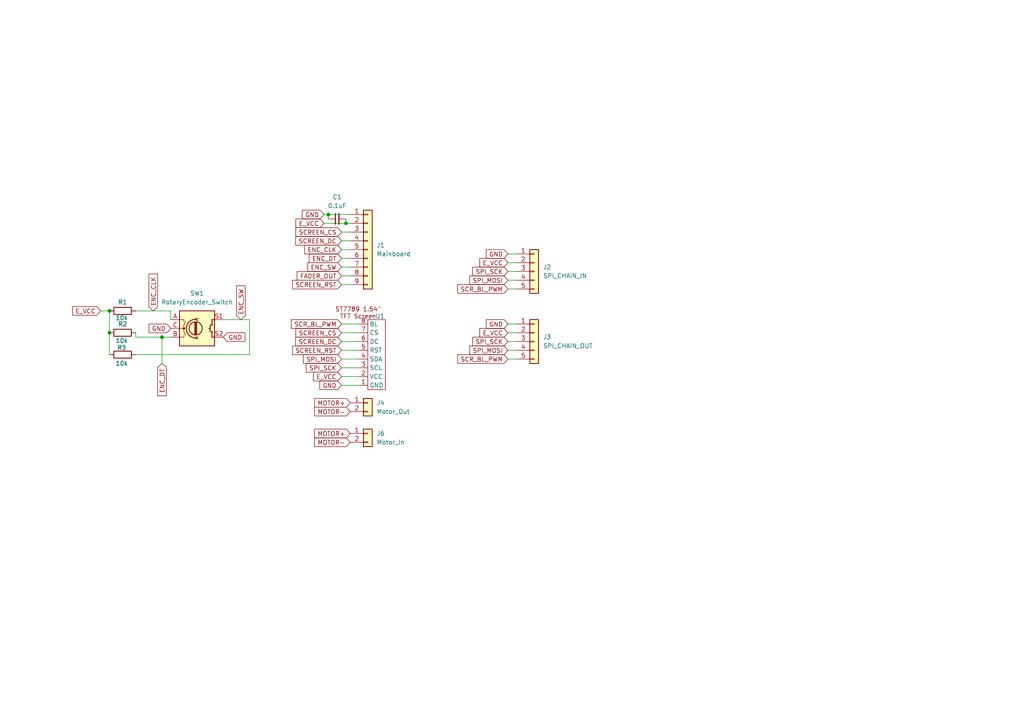
<source format=kicad_sch>
(kicad_sch (version 20250114) (generator "eeschema") (generator_version "9.0")
  (paper "A4")
  (title_block (title "FaderFlow Channel Board"))
  (lib_symbols
    (symbol "Connector_Generic:Conn_01x02" (pin_names (offset 1.016) (hide yes))
      (property "Reference" "J" (at 0 2.54 0))
      (property "Value" "Conn_01x02" (at 0 -5.08 0))
      (symbol "Conn_01x02_1_1"
        (rectangle (start -1.27 1.27) (end 1.27 -3.81) (stroke (width 0.254)) (fill (type background)))
        (rectangle (start -1.27 0.127) (end 0 -0.127) (stroke (width 0.1524)))
        (rectangle (start -1.27 -2.413) (end 0 -2.667) (stroke (width 0.1524)))
        (pin passive line (at -5.08 0 0) (length 3.81) (name "Pin_1") (number "1"))
        (pin passive line (at -5.08 -2.54 0) (length 3.81) (name "Pin_2") (number "2"))
      )
    )
    (symbol "Connector_Generic:Conn_01x05" (pin_names (offset 1.016) (hide yes))
      (property "Reference" "J" (at 0 7.62 0))
      (property "Value" "Conn_01x05" (at 0 -7.62 0))
      (symbol "Conn_01x05_1_1"
        (rectangle (start -1.27 6.35) (end 1.27 -6.35) (stroke (width 0.254)) (fill (type background)))
        (rectangle (start -1.27 5.207) (end 0 4.953) (stroke (width 0.1524)))
        (rectangle (start -1.27 2.667) (end 0 2.413) (stroke (width 0.1524)))
        (rectangle (start -1.27 0.127) (end 0 -0.127) (stroke (width 0.1524)))
        (rectangle (start -1.27 -2.413) (end 0 -2.667) (stroke (width 0.1524)))
        (rectangle (start -1.27 -4.953) (end 0 -5.207) (stroke (width 0.1524)))
        (pin passive line (at -5.08 5.08 0) (length 3.81) (name "Pin_1") (number "1"))
        (pin passive line (at -5.08 2.54 0) (length 3.81) (name "Pin_2") (number "2"))
        (pin passive line (at -5.08 0 0) (length 3.81) (name "Pin_3") (number "3"))
        (pin passive line (at -5.08 -2.54 0) (length 3.81) (name "Pin_4") (number "4"))
        (pin passive line (at -5.08 -5.08 0) (length 3.81) (name "Pin_5") (number "5"))
      )
    )
    (symbol "Connector_Generic:Conn_01x09" (pin_names (offset 1.016) (hide yes))
      (property "Reference" "J" (at 0 12.7 0))
      (property "Value" "Conn_01x09" (at 0 -12.7 0))
      (symbol "Conn_01x09_1_1"
        (rectangle (start -1.27 11.43) (end 1.27 -11.43) (stroke (width 0.254)) (fill (type background)))
        (rectangle (start -1.27 10.287) (end 0 10.033) (stroke (width 0.1524)))
        (rectangle (start -1.27 7.747) (end 0 7.493) (stroke (width 0.1524)))
        (rectangle (start -1.27 5.207) (end 0 4.953) (stroke (width 0.1524)))
        (rectangle (start -1.27 2.667) (end 0 2.413) (stroke (width 0.1524)))
        (rectangle (start -1.27 0.127) (end 0 -0.127) (stroke (width 0.1524)))
        (rectangle (start -1.27 -2.413) (end 0 -2.667) (stroke (width 0.1524)))
        (rectangle (start -1.27 -4.953) (end 0 -5.207) (stroke (width 0.1524)))
        (rectangle (start -1.27 -7.493) (end 0 -7.747) (stroke (width 0.1524)))
        (rectangle (start -1.27 -10.033) (end 0 -10.287) (stroke (width 0.1524)))
        (pin passive line (at -5.08 10.16 0) (length 3.81) (name "Pin_1") (number "1"))
        (pin passive line (at -5.08 7.62 0) (length 3.81) (name "Pin_2") (number "2"))
        (pin passive line (at -5.08 5.08 0) (length 3.81) (name "Pin_3") (number "3"))
        (pin passive line (at -5.08 2.54 0) (length 3.81) (name "Pin_4") (number "4"))
        (pin passive line (at -5.08 0 0) (length 3.81) (name "Pin_5") (number "5"))
        (pin passive line (at -5.08 -2.54 0) (length 3.81) (name "Pin_6") (number "6"))
        (pin passive line (at -5.08 -5.08 0) (length 3.81) (name "Pin_7") (number "7"))
        (pin passive line (at -5.08 -7.62 0) (length 3.81) (name "Pin_8") (number "8"))
        (pin passive line (at -5.08 -10.16 0) (length 3.81) (name "Pin_9") (number "9"))
      )
    )
    (symbol "Device:C_Small" (pin_numbers (hide yes)) (pin_names (offset 0.254) (hide yes))
      (property "Reference" "C" (at 0.254 1.778 0))
      (property "Value" "C_Small" (at 0.254 -2.032 0))
      (symbol "C_Small_0_1"
        (polyline (pts (xy -1.524 0.508) (xy 1.524 0.508)) (stroke (width 0.3048)))
        (polyline (pts (xy -1.524 -0.508) (xy 1.524 -0.508)) (stroke (width 0.3302)))
      )
      (symbol "C_Small_1_1"
        (pin passive line (at 0 2.54 270) (length 2.032) (name "~") (number "1"))
        (pin passive line (at 0 -2.54 90) (length 2.032) (name "~") (number "2"))
      )
    )
    (symbol "Device:R" (pin_numbers (hide yes)) (pin_names (offset 0))
      (property "Reference" "R" (at 2.032 0 90))
      (property "Value" "R" (at 0 0 90))
      (symbol "R_0_1"
        (rectangle (start -1.016 -2.54) (end 1.016 2.54) (stroke (width 0.254)))
      )
      (symbol "R_1_1"
        (pin passive line (at 0 3.81 270) (length 1.27) (name "~") (number "1"))
        (pin passive line (at 0 -3.81 90) (length 1.27) (name "~") (number "2"))
      )
    )
    (symbol "Device:RotaryEncoder_Switch" (pin_names (offset 0.254) (hide yes))
      (property "Reference" "SW" (at 0 6.604 0))
      (property "Value" "RotaryEncoder_Switch" (at 0 -6.604 0))
      (symbol "RotaryEncoder_Switch_0_1"
        (rectangle (start -5.08 5.08) (end 5.08 -5.08) (stroke (width 0.254)) (fill (type background)))
        (polyline (pts (xy -5.08 2.54) (xy -3.81 2.54) (xy -3.81 2.032)))
        (polyline (pts (xy -5.08 0) (xy -3.81 0) (xy -3.81 -1.016) (xy -3.302 -2.032)))
        (polyline (pts (xy -5.08 -2.54) (xy -3.81 -2.54) (xy -3.81 -2.032)))
        (polyline (pts (xy -4.318 0) (xy -3.81 0) (xy -3.81 1.016) (xy -3.302 2.032)))
        (circle (center -3.81 0) (radius 0.254) (fill (type outline)))
        (polyline (pts (xy -0.635 -1.778) (xy -0.635 1.778)) (stroke (width 0.254)))
        (circle (center -0.381 0) (radius 1.905) (stroke (width 0.254)))
        (polyline (pts (xy -0.381 -1.778) (xy -0.381 1.778)) (stroke (width 0.254)))
        (arc (start -0.381 -2.794) (mid -3.0988 -0.0635) (end -0.381 2.667) (stroke (width 0.254)))
        (polyline (pts (xy -0.127 1.778) (xy -0.127 -1.778)) (stroke (width 0.254)))
        (polyline (pts (xy 0.254 2.921) (xy -0.508 2.667) (xy 0.127 2.286)) (stroke (width 0.254)))
        (polyline (pts (xy 0.254 -3.048) (xy -0.508 -2.794) (xy 0.127 -2.413)) (stroke (width 0.254)))
        (polyline (pts (xy 3.81 1.016) (xy 3.81 -1.016)) (stroke (width 0.254)))
        (polyline (pts (xy 3.81 0) (xy 3.429 0)) (stroke (width 0.254)))
        (circle (center 4.318 1.016) (radius 0.127) (stroke (width 0.254)))
        (circle (center 4.318 -1.016) (radius 0.127) (stroke (width 0.254)))
        (polyline (pts (xy 5.08 2.54) (xy 4.318 2.54) (xy 4.318 1.016)) (stroke (width 0.254)))
        (polyline (pts (xy 5.08 -2.54) (xy 4.318 -2.54) (xy 4.318 -1.016)) (stroke (width 0.254)))
      )
      (symbol "RotaryEncoder_Switch_1_1"
        (pin passive line (at -7.62 2.54 0) (length 2.54) (name "A") (number "A"))
        (pin passive line (at -7.62 0 0) (length 2.54) (name "C") (number "C"))
        (pin passive line (at -7.62 -2.54 0) (length 2.54) (name "B") (number "B"))
        (pin passive line (at 7.62 2.54 180) (length 2.54) (name "S1") (number "S1"))
        (pin passive line (at 7.62 -2.54 180) (length 2.54) (name "S2") (number "S2"))
      )
    )
    (symbol "ST7789:1.54{dblquote}"
      (property "Reference" "U" (at 0 0.508 90))
      (symbol "1.54{dblquote}_0_1"
        (rectangle (start 1.27 6.35) (end 21.59 1.27))
      )
      (symbol "1.54{dblquote}_1_1"
        (text "ST7789 1.54\"\nTFT Screen" (at 23.622 9.144 900) (effects (font (size 1.27 1.27))))
        (pin input line (at 2.54 8.89 270) (length 2.54) (name "GND") (number "1"))
        (pin input line (at 5.08 8.89 270) (length 2.54) (name "VCC") (number "2"))
        (pin input line (at 7.62 8.89 270) (length 2.54) (name "SCL") (number "3"))
        (pin input line (at 10.16 8.89 270) (length 2.54) (name "SDA") (number "4"))
        (pin input line (at 12.7 8.89 270) (length 2.54) (name "RST") (number "5"))
        (pin input line (at 15.24 8.89 270) (length 2.54) (name "DC") (number "6"))
        (pin input line (at 17.78 8.89 270) (length 2.54) (name "CS") (number "7"))
        (pin input line (at 20.32 8.89 270) (length 2.54) (name "BL") (number "8"))
      )
    )
  )
  (junction (at 46.99 97.79))
  (junction (at 100.33 64.77))
  (junction (at 31.75 90.17))
  (junction (at 95.25 62.23))
  (junction (at 31.75 96.52))
  (wire (pts (xy 147.32 78.74) (xy 149.86 78.74)))
  (wire (pts (xy 99.06 109.22) (xy 104.14 109.22)))
  (wire (pts (xy 93.98 64.77) (xy 100.33 64.77)))
  (wire (pts (xy 95.25 62.23) (xy 101.6 62.23)))
  (wire (pts (xy 99.06 104.14) (xy 104.14 104.14)))
  (wire (pts (xy 99.06 74.93) (xy 101.6 74.93)))
  (wire (pts (xy 31.75 90.17) (xy 31.75 96.52)))
  (wire (pts (xy 147.32 73.66) (xy 149.86 73.66)))
  (wire (pts (xy 99.06 67.31) (xy 101.6 67.31)))
  (wire (pts (xy 99.06 80.01) (xy 101.6 80.01)))
  (wire (pts (xy 147.32 81.28) (xy 149.86 81.28)))
  (wire (pts (xy 99.06 93.98) (xy 104.14 93.98)))
  (wire (pts (xy 95.25 62.23) (xy 95.25 63.5)))
  (wire (pts (xy 31.75 96.52) (xy 31.75 102.87)))
  (wire (pts (xy 99.06 101.6) (xy 104.14 101.6)))
  (wire (pts (xy 147.32 104.14) (xy 149.86 104.14)))
  (wire (pts (xy 29.21 90.17) (xy 31.75 90.17)))
  (wire (pts (xy 99.06 69.85) (xy 101.6 69.85)))
  (wire (pts (xy 39.37 90.17) (xy 49.53 90.17)))
  (wire (pts (xy 72.39 102.87) (xy 72.39 92.71)))
  (wire (pts (xy 46.99 97.79) (xy 46.99 105.41)))
  (wire (pts (xy 99.06 96.52) (xy 104.14 96.52)))
  (wire (pts (xy 147.32 93.98) (xy 149.86 93.98)))
  (wire (pts (xy 39.37 97.79) (xy 39.37 96.52)))
  (wire (pts (xy 93.98 62.23) (xy 95.25 62.23)))
  (wire (pts (xy 147.32 99.06) (xy 149.86 99.06)))
  (wire (pts (xy 100.33 64.77) (xy 101.6 64.77)))
  (wire (pts (xy 39.37 102.87) (xy 72.39 102.87)))
  (wire (pts (xy 99.06 111.76) (xy 104.14 111.76)))
  (wire (pts (xy 46.99 97.79) (xy 49.53 97.79)))
  (wire (pts (xy 147.32 96.52) (xy 149.86 96.52)))
  (wire (pts (xy 147.32 101.6) (xy 149.86 101.6)))
  (wire (pts (xy 99.06 106.68) (xy 104.14 106.68)))
  (wire (pts (xy 99.06 99.06) (xy 104.14 99.06)))
  (wire (pts (xy 99.06 72.39) (xy 101.6 72.39)))
  (wire (pts (xy 72.39 92.71) (xy 64.77 92.71)))
  (wire (pts (xy 147.32 83.82) (xy 149.86 83.82)))
  (wire (pts (xy 100.33 63.5) (xy 100.33 64.77)))
  (wire (pts (xy 147.32 76.2) (xy 149.86 76.2)))
  (wire (pts (xy 39.37 97.79) (xy 46.99 97.79)))
  (wire (pts (xy 49.53 90.17) (xy 49.53 92.71)))
  (wire (pts (xy 99.06 82.55) (xy 101.6 82.55)))
  (wire (pts (xy 99.06 77.47) (xy 101.6 77.47)))
  (global_label "SCREEN_RST" (shape input) (at 99.06 101.6 180) (property "Intersheetrefs" "${INTERSHEET_REFS}" (effects (hide yes))))
  (global_label "E_VCC" (shape input) (at 99.06 109.22 180) (property "Intersheetrefs" "${INTERSHEET_REFS}" (effects (hide yes))))
  (global_label "MOTOR+" (shape input) (at 101.6 116.84 180) (property "Intersheetrefs" "${INTERSHEET_REFS}" (effects (hide yes))))
  (global_label "MOTOR-" (shape input) (at 101.6 119.38 180) (property "Intersheetrefs" "${INTERSHEET_REFS}" (effects (hide yes))))
  (global_label "GND" (shape input) (at 64.77 97.79 0) (property "Intersheetrefs" "${INTERSHEET_REFS}" (effects (hide yes))))
  (global_label "ENC_CLK" (shape input) (at 44.45 90.17 90) (property "Intersheetrefs" "${INTERSHEET_REFS}" (effects (hide yes))))
  (global_label "SCREEN_CS" (shape input) (at 99.06 67.31 180) (property "Intersheetrefs" "${INTERSHEET_REFS}" (effects (hide yes))))
  (global_label "GND" (shape input) (at 93.98 62.23 180) (property "Intersheetrefs" "${INTERSHEET_REFS}" (effects (hide yes))))
  (global_label "E_VCC" (shape input) (at 93.98 64.77 180) (property "Intersheetrefs" "${INTERSHEET_REFS}" (effects (hide yes))))
  (global_label "SCREEN_DC" (shape input) (at 99.06 69.85 180) (property "Intersheetrefs" "${INTERSHEET_REFS}" (effects (hide yes))))
  (global_label "ENC_CLK" (shape input) (at 99.06 72.39 180) (property "Intersheetrefs" "${INTERSHEET_REFS}" (effects (hide yes))))
  (global_label "ENC_SW" (shape input) (at 99.06 77.47 180) (property "Intersheetrefs" "${INTERSHEET_REFS}" (effects (hide yes))))
  (global_label "ENC_DT" (shape input) (at 99.06 74.93 180) (property "Intersheetrefs" "${INTERSHEET_REFS}" (effects (hide yes))))
  (global_label "FADER_OUT" (shape input) (at 99.06 80.01 180) (property "Intersheetrefs" "${INTERSHEET_REFS}" (effects (hide yes))))
  (global_label "E_VCC" (shape input) (at 29.21 90.17 180) (property "Intersheetrefs" "${INTERSHEET_REFS}" (effects (hide yes))))
  (global_label "GND" (shape input) (at 99.06 111.76 180) (property "Intersheetrefs" "${INTERSHEET_REFS}" (effects (hide yes))))
  (global_label "SPI_MOSI" (shape input) (at 99.06 104.14 180) (property "Intersheetrefs" "${INTERSHEET_REFS}" (effects (hide yes))))
  (global_label "SCR_BL_PWM" (shape input) (at 147.32 83.82 180) (property "Intersheetrefs" "${INTERSHEET_REFS}" (effects (hide yes))))
  (global_label "SCREEN_DC" (shape input) (at 99.06 99.06 180) (property "Intersheetrefs" "${INTERSHEET_REFS}" (effects (hide yes))))
  (global_label "ENC_SW" (shape input) (at 69.85 92.71 90) (property "Intersheetrefs" "${INTERSHEET_REFS}" (effects (hide yes))))
  (global_label "GND" (shape input) (at 147.32 73.66 180) (property "Intersheetrefs" "${INTERSHEET_REFS}" (effects (hide yes))))
  (global_label "SPI_SCK" (shape input) (at 99.06 106.68 180) (property "Intersheetrefs" "${INTERSHEET_REFS}" (effects (hide yes))))
  (global_label "MOTOR+" (shape input) (at 101.6 125.73 180) (property "Intersheetrefs" "${INTERSHEET_REFS}" (effects (hide yes))))
  (global_label "SPI_MOSI" (shape input) (at 147.32 81.28 180) (property "Intersheetrefs" "${INTERSHEET_REFS}" (effects (hide yes))))
  (global_label "SCR_BL_PWM" (shape input) (at 99.06 93.98 180) (property "Intersheetrefs" "${INTERSHEET_REFS}" (effects (hide yes))))
  (global_label "SPI_SCK" (shape input) (at 147.32 99.06 180) (property "Intersheetrefs" "${INTERSHEET_REFS}" (effects (hide yes))))
  (global_label "GND" (shape input) (at 147.32 93.98 180) (property "Intersheetrefs" "${INTERSHEET_REFS}" (effects (hide yes))))
  (global_label "SPI_MOSI" (shape input) (at 147.32 101.6 180) (property "Intersheetrefs" "${INTERSHEET_REFS}" (effects (hide yes))))
  (global_label "E_VCC" (shape input) (at 147.32 96.52 180) (property "Intersheetrefs" "${INTERSHEET_REFS}" (effects (hide yes))))
  (global_label "SCR_BL_PWM" (shape input) (at 147.32 104.14 180) (property "Intersheetrefs" "${INTERSHEET_REFS}" (effects (hide yes))))
  (global_label "SCREEN_RST" (shape input) (at 99.06 82.55 180) (property "Intersheetrefs" "${INTERSHEET_REFS}" (effects (hide yes))))
  (global_label "SCREEN_CS" (shape input) (at 99.06 96.52 180) (property "Intersheetrefs" "${INTERSHEET_REFS}" (effects (hide yes))))
  (global_label "GND" (shape input) (at 49.53 95.25 180) (property "Intersheetrefs" "${INTERSHEET_REFS}" (effects (hide yes))))
  (global_label "MOTOR-" (shape input) (at 101.6 128.27 180) (property "Intersheetrefs" "${INTERSHEET_REFS}" (effects (hide yes))))
  (global_label "SPI_SCK" (shape input) (at 147.32 78.74 180) (property "Intersheetrefs" "${INTERSHEET_REFS}" (effects (hide yes))))
  (global_label "ENC_DT" (shape input) (at 46.99 105.41 270) (property "Intersheetrefs" "${INTERSHEET_REFS}" (effects (hide yes))))
  (global_label "E_VCC" (shape input) (at 147.32 76.2 180) (property "Intersheetrefs" "${INTERSHEET_REFS}" (effects (hide yes))))
  (symbol (lib_id "ST7789:1.54{dblquote}") (at 113.03 114.3 90) (unit 1)
    (property "Reference" "U1" (at 110.236 91.694 90))
    (property "Value" "~" (at 107.95 91.694 90))
    (property "Footprint" "ST7789:1.54 inch" (effects (hide yes)))
  )
  (symbol (lib_id "Device:RotaryEncoder_Switch") (at 57.15 95.25 0) (unit 1)
    (property "Reference" "SW1" (at 57.15 85.09 0))
    (property "Value" "RotaryEncoder_Switch" (at 57.15 87.63 0))
    (property "Footprint" "EC11:RotaryEncoder_Alps_EC11E-Switch_Vertical_H20mm" (effects (hide yes)))
    (property "Description" "Rotary encoder, dual channel, incremental quadrate outputs, with switch" (effects (hide yes)))
  )
  (symbol (lib_id "Connector_Generic:Conn_01x09") (at 106.68 72.39 0) (unit 1)
    (property "Reference" "J1" (at 109.22 71.1199 0) (effects (justify left)))
    (property "Value" "Mainboard" (at 109.22 73.6599 0) (effects (justify left)))
    (property "Footprint" "Connector_PinSocket_2.00mm:PinSocket_1x09_P2.00mm_Vertical" (effects (hide yes)))
    (property "Description" "Generic connector, single row, 01x09, script generated (kicad-library-utils/schlib/autogen/connector/)" (effects (hide yes)))
  )
  (symbol (lib_id "Connector_Generic:Conn_01x05") (at 154.94 78.74 0) (unit 1)
    (property "Reference" "J2" (at 157.48 77.4699 0) (effects (justify left)))
    (property "Value" "SPI_CHAIN_IN" (at 157.48 80.0099 0) (effects (justify left)))
    (property "Footprint" "Connector_PinSocket_2.00mm:PinSocket_1x05_P2.00mm_Vertical" (effects (hide yes)))
    (property "Description" "Generic connector, single row, 01x05, script generated (kicad-library-utils/schlib/autogen/connector/)" (effects (hide yes)))
  )
  (symbol (lib_id "Device:R") (at 35.56 102.87 90) (unit 1)
    (property "Reference" "R3" (at 35.306 100.838 90))
    (property "Value" "10k" (at 35.306 105.41 90))
    (property "Footprint" "Resistor_THT:R_Axial_DIN0207_L6.3mm_D2.5mm_P10.16mm_Horizontal" (effects (hide yes)))
    (property "Description" "Resistor" (effects (hide yes)))
  )
  (symbol (lib_id "Device:C_Small") (at 97.79 63.5 90) (unit 1)
    (property "Reference" "C1" (at 97.7963 57.15 90))
    (property "Value" "0.1uF" (at 97.7963 59.69 90))
    (property "Footprint" "Capacitor_THT:C_Disc_D5.0mm_W2.5mm_P5.00mm" (effects (hide yes)))
    (property "Description" "Unpolarized capacitor, small symbol" (effects (hide yes)))
  )
  (symbol (lib_id "Connector_Generic:Conn_01x02") (at 106.68 125.73 0) (unit 1)
    (property "Reference" "J6" (at 109.22 125.7299 0) (effects (justify left)))
    (property "Value" "Motor_In" (at 109.22 128.2699 0) (effects (justify left)))
    (property "Footprint" "Connector_PinSocket_2.00mm:PinSocket_1x02_P2.00mm_Vertical" (effects (hide yes)))
    (property "Description" "Generic connector, single row, 01x02, script generated (kicad-library-utils/schlib/autogen/connector/)" (effects (hide yes)))
  )
  (symbol (lib_id "Connector_Generic:Conn_01x02") (at 106.68 116.84 0) (unit 1)
    (property "Reference" "J4" (at 109.22 116.8399 0) (effects (justify left)))
    (property "Value" "Motor_Out" (at 109.22 119.3799 0) (effects (justify left)))
    (property "Footprint" "Connector_PinSocket_2.00mm:PinSocket_1x02_P2.00mm_Vertical" (effects (hide yes)))
    (property "Description" "Generic connector, single row, 01x02, script generated (kicad-library-utils/schlib/autogen/connector/)" (effects (hide yes)))
  )
  (symbol (lib_id "Connector_Generic:Conn_01x05") (at 154.94 99.06 0) (unit 1)
    (property "Reference" "J3" (at 157.48 97.7899 0) (effects (justify left)))
    (property "Value" "SPI_CHAIN_OUT" (at 157.48 100.3299 0) (effects (justify left)))
    (property "Footprint" "Connector_PinSocket_2.00mm:PinSocket_1x05_P2.00mm_Vertical" (effects (hide yes)))
    (property "Description" "Generic connector, single row, 01x05, script generated (kicad-library-utils/schlib/autogen/connector/)" (effects (hide yes)))
  )
  (symbol (lib_id "Device:R") (at 35.56 96.52 90) (unit 1)
    (property "Reference" "R2" (at 35.56 93.98 90))
    (property "Value" "10k" (at 35.306 98.806 90))
    (property "Footprint" "Resistor_THT:R_Axial_DIN0207_L6.3mm_D2.5mm_P10.16mm_Horizontal" (effects (hide yes)))
    (property "Description" "Resistor" (effects (hide yes)))
  )
  (symbol (lib_id "Device:R") (at 35.56 90.17 90) (unit 1)
    (property "Reference" "R1" (at 35.56 87.63 90))
    (property "Value" "10k" (at 35.306 92.202 90))
    (property "Footprint" "Resistor_THT:R_Axial_DIN0207_L6.3mm_D2.5mm_P10.16mm_Horizontal" (effects (hide yes)))
    (property "Description" "Resistor" (effects (hide yes)))
  )
)
</source>
